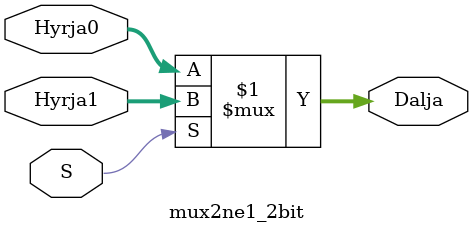
<source format=v>
`timescale 1ns / 1ps


module mux2ne1_2bit(
    input[1:0] Hyrja0,
    input[1:0] Hyrja1,
    input S,
    output[1:0] Dalja
    );
    
assign Dalja = S ? Hyrja1 : Hyrja0;

endmodule

</source>
